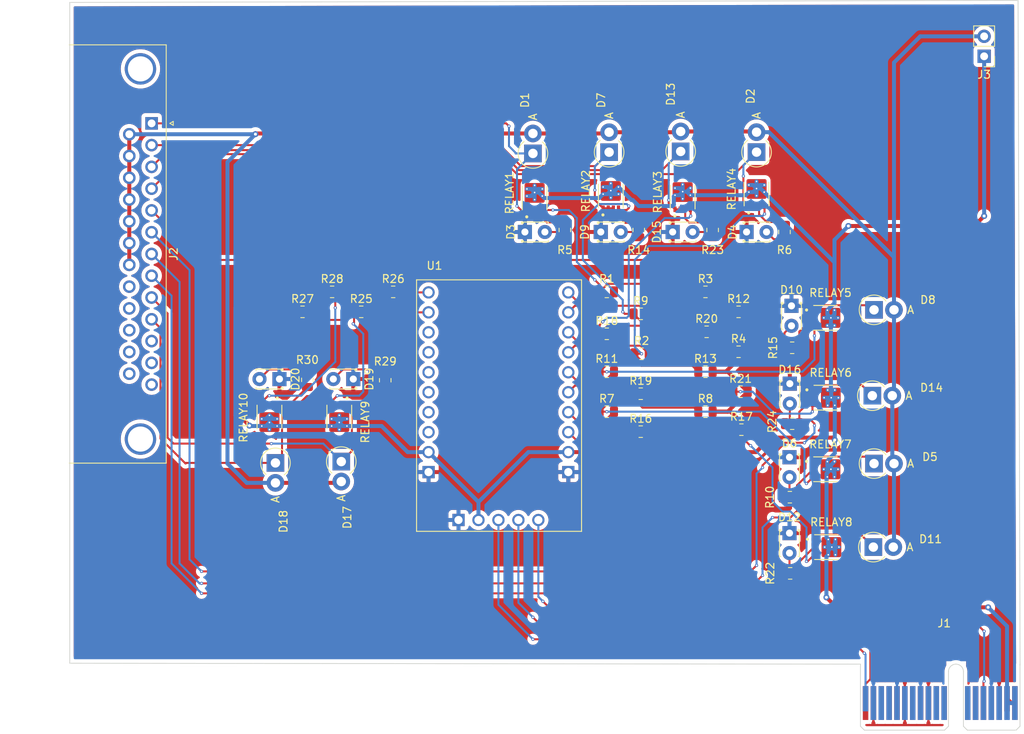
<source format=kicad_pcb>
(kicad_pcb (version 20211014) (generator pcbnew)
  (layers (0 "F.Cu" signal) (31 "B.Cu" signal) (34 "B.Paste" user) (35 "F.Paste" user) (36 "B.SilkS" user "B.Silkscreen") (37 "F.SilkS" user "F.Silkscreen") (38 "B.Mask" user) (39 "F.Mask" user) (44 "Edge.Cuts" user))
  (net 0 "")
  (net 1 "RELAY1")
  (net 2 "/-7V")
  (net 3 "RELAY4")
  (net 4 "GND")
  (net 5 "Net-(D3-Pad2)")
  (net 6 "Net-(D4-Pad2)")
  (net 7 "RELAY7")
  (net 8 "Net-(D6-Pad2)")
  (net 9 "RELAY2")
  (net 10 "RELAY5")
  (net 11 "Net-(D9-Pad2)")
  (net 12 "Net-(D10-Pad2)")
  (net 13 "RELAY8")
  (net 14 "Net-(D12-Pad2)")
  (net 15 "RELAY3")
  (net 16 "RELAY6")
  (net 17 "Net-(D15-Pad2)")
  (net 18 "Net-(D16-Pad2)")
  (net 19 "Net-(D19-Pad2)")
  (net 20 "Net-(D20-Pad2)")
  (net 25 "EXTRA")
  (net 26 "+5V")
  (net 30 "RL INT")
  (net 32 "+3.3V")
  (net 33 "Net-(Q1-Pad4)")
  (net 34 "Net-(Q2-Pad4)")
  (net 35 "Net-(Q3-Pad4)")
  (net 36 "Net-(Q4-Pad4)")
  (net 37 "Net-(Q5-Pad4)")
  (net 38 "Net-(Q6-Pad4)")
  (net 39 "Net-(Q7-Pad4)")
  (net 40 "Net-(Q8-Pad4)")
  (net 41 "Net-(Q9-Pad4)")
  (net 42 "Net-(Q10-Pad4)")
  (net 43 "SIGNAL1")
  (net 44 "SIGNAL4")
  (net 45 "SIGNAL7")
  (net 46 "SIGNAL2")
  (net 47 "SIGNAL5")
  (net 48 "SIGNAL8")
  (net 49 "SIGNAL3")
  (net 50 "SIGNAL6")
  (net 51 "SIGNAL10")
  (net 52 "SIGNAL9")
  (net 59 "RL SDA")
  (net 60 "RL SCL")
  (net 77 "RELAY9")
  (net 78 "RELAY10")
  (footprint "Diode_THT:D_DO-15_P2.54mm_Vertical_AnodeUp" (layer "F.Cu") (at 183.134 78.994)
    (fp_text reference "D14")
    (fp_text value "D_Small")
  )
  (footprint "LED_THT:LED_D1.8mm_W3.3mm_H2.4mm" (layer "F.Cu") (at 138.933 58.166)
    (fp_text reference "D3")
    (fp_text value "LED")
  )
  (footprint "Diode_THT:D_DO-15_P2.54mm_Vertical_AnodeUp" (layer "F.Cu") (at 149.647 48.015 90)
    (fp_text reference "D7")
    (fp_text value "D_Small")
  )
  (footprint "LED_THT:LED_D1.8mm_W3.3mm_H2.4mm" (layer "F.Cu") (at 148.585 58.166)
    (fp_text reference "D9")
    (fp_text value "LED")
  )
  (footprint "Resistor_SMD:R_0805_2012Metric" (layer "F.Cu") (at 161.9015 81.026)
    (fp_text reference "R8")
    (fp_text value "10k")
  )
  (footprint "PCF875BreakoutBoard5:PCF8575_Breakout" (layer "F.Cu") (at 125.1485 96.2515)
    (fp_text reference "U1")
    (fp_text value "PCF8575_Breakout")
  )
  (footprint "Resistor_SMD:R_0805_2012Metric" (layer "F.Cu") (at 153.67 68.58)
    (fp_text reference "R9")
    (fp_text value "100")
  )
  (footprint "Resistor_SMD:R_0805_2012Metric" (layer "F.Cu") (at 110.6405 68.326)
    (fp_text reference "R27")
    (fp_text value "10k")
  )
  (footprint "Resistor_SMD:R_0805_2012Metric" (layer "F.Cu") (at 118.11 68.326)
    (fp_text reference "R25")
    (fp_text value "100")
  )
  (footprint "LED_THT:LED_D1.8mm_W3.3mm_H2.4mm" (layer "F.Cu") (at 107.706 76.876 180)
    (fp_text reference "D20")
    (fp_text value "LED")
  )
  (footprint "MOSFET:TRANS_CSD25402Q3AT" (layer "F.Cu") (at 168.402 53.34 90)
    (fp_text reference "RELAY4")
    (fp_text value "CSD25402Q3AT" hide)
  )
  (footprint "Resistor_SMD:R_0805_2012Metric" (layer "F.Cu") (at 162.814 57.912 -90)
    (fp_text reference "R23")
    (fp_text value "330")
  )
  (footprint "Resistor_SMD:R_0805_2012Metric" (layer "F.Cu") (at 161.9015 65.786)
    (fp_text reference "R3")
    (fp_text value "10k")
  )
  (footprint "Resistor_SMD:R_0805_2012Metric" (layer "F.Cu") (at 153.67 78.74)
    (fp_text reference "R19")
    (fp_text value "100")
  )
  (footprint "MOSFET:TRANS_CSD25402Q3AT" (layer "F.Cu") (at 177.206 79.248)
    (fp_text reference "RELAY6")
    (fp_text value "CSD25402Q3AT" hide)
  )
  (footprint "Resistor_SMD:R_0805_2012Metric" (layer "F.Cu") (at 171.958 58.166 -90)
    (fp_text reference "R6")
    (fp_text value "330")
  )
  (footprint "MOSFET:TRANS_CSD25402Q3AT" (layer "F.Cu") (at 140.167 53.839 90)
    (fp_text reference "RELAY1")
    (fp_text value "CSD25402Q3AT" hide)
  )
  (footprint "Diode_THT:D_DO-15_P2.54mm_Vertical_AnodeUp" (layer "F.Cu") (at 115.57 87.376 -90)
    (fp_text reference "D17")
    (fp_text value "D_Small")
  )
  (footprint "LED_THT:LED_D1.8mm_W3.3mm_H2.4mm" (layer "F.Cu") (at 167.132 58.166)
    (fp_text reference "D4")
    (fp_text value "LED")
  )
  (footprint "Resistor_SMD:R_0805_2012Metric" (layer "F.Cu") (at 162.052 70.866)
    (fp_text reference "R20")
    (fp_text value "10k")
  )
  (footprint "Resistor_SMD:R_0805_2012Metric" (layer "F.Cu") (at 172.934 82.55 180)
    (fp_text reference "R24")
    (fp_text value "330")
  )
  (footprint "Resistor_SMD:R_0805_2012Metric" (layer "F.Cu") (at 144.018 57.912 -90)
    (fp_text reference "R5")
    (fp_text value "330")
  )
  (footprint "MOSFET:TRANS_CSD25402Q3AT" (layer "F.Cu") (at 177.166 69.088)
    (fp_text reference "RELAY5")
    (fp_text value "CSD25402Q3AT" hide)
  )
  (footprint "Resistor_SMD:R_0805_2012Metric" (layer "F.Cu") (at 111.257 76.9795 90)
    (fp_text reference "R30")
    (fp_text value "330")
  )
  (footprint "Resistor_SMD:R_0805_2012Metric" (layer "F.Cu") (at 149.352 65.786)
    (fp_text reference "R1")
    (fp_text value "100")
  )
  (footprint "Diode_THT:D_DO-15_P2.54mm_Vertical_AnodeUp" (layer "F.Cu") (at 168.402 48.006 90)
    (fp_text reference "D2")
    (fp_text value "D_Small")
  )
  (footprint "Resistor_SMD:R_0805_2012Metric" (layer "F.Cu") (at 166.116 73.406)
    (fp_text reference "R4")
    (fp_text value "10k")
  )
  (footprint "MOSFET:TRANS_CSD25402Q3AT" (layer "F.Cu") (at 177.283 98.257)
    (fp_text reference "RELAY8")
    (fp_text value "CSD25402Q3AT" hide)
  )
  (footprint "Diode_THT:D_DO-15_P2.54mm_Vertical_AnodeUp" (layer "F.Cu") (at 139.954 48.174 90)
    (fp_text reference "D1")
    (fp_text value "D_Small")
  )
  (footprint "MOSFET:TRANS_CSD25402Q3AT" (layer "F.Cu") (at 106.431 81.702 -90)
    (fp_text reference "RELAY10")
    (fp_text value "CSD25402Q3AT" hide)
  )
  (footprint "Diode_THT:D_DO-15_P2.54mm_Vertical_AnodeUp" (layer "F.Cu") (at 158.75 47.92 90)
    (fp_text reference "D13")
    (fp_text value "D_Small")
  )
  (footprint "LED_THT:LED_D1.8mm_W3.3mm_H2.4mm" (layer "F.Cu") (at 172.848 67.564 -90)
    (fp_text reference "D10")
    (fp_text value "LED")
  )
  (footprint "LED_THT:LED_D1.8mm_W3.3mm_H2.4mm" (layer "F.Cu") (at 172.594 86.822 -90)
    (fp_text reference "D6")
    (fp_text value "LED")
  )
  (footprint "Resistor_SMD:R_0805_2012Metric" (layer "F.Cu") (at 121.163 77.0265 90)
    (fp_text reference "R29")
    (fp_text value "330")
  )
  (footprint "LED_THT:LED_D1.8mm_W3.3mm_H2.4mm" (layer "F.Cu") (at 117.099 76.876 180)
    (fp_text reference "D19")
    (fp_text value "LED")
  )
  (footprint "Resistor_SMD:R_0805_2012Metric" (layer "F.Cu") (at 149.352 81.026)
    (fp_text reference "R7")
    (fp_text value "100")
  )
  (footprint "Connector_PCBEdge:BUS_PCIexpress_x1" (layer "F.Cu") (at 182.27 118.098)
    (fp_text reference "J1")
    (fp_text value "PCIE_CONN")
    (fp_line (start 10.55 -4) (end 10.55 2.95) (layer "Edge.Cuts") (width 0.1))
    (fp_line (start 12.45 2.95) (end 12.95 3.45) (layer "Edge.Cuts") (width 0.1))
    (fp_line (start -0.15 3.45) (end 10.05 3.45) (layer "Edge.Cuts") (width 0.1))
    (fp_line (start 19.65 2.95) (end 19.15 3.45) (layer "Edge.Cuts") (width 0.1))
    (fp_line (start -0.65 -4.95) (end -0.65 2.95) (layer "Edge.Cuts") (width 0.1))
    (fp_line (start 12.45 -4) (end 12.45 2.95) (layer "Edge.Cuts") (width 0.1))
    (fp_line (start -0.65 2.95) (end -0.15 3.45) (layer "Edge.Cuts") (width 0.1))
    (fp_line (start 19.65 -4.95) (end 19.65 2.95) (layer "Edge.Cuts") (width 0.1))
    (fp_line (start 12.95 3.45) (end 19.15 3.45) (layer "Edge.Cuts") (width 0.1))
    (fp_line (start 10.55 2.95) (end 10.05 3.45) (layer "Edge.Cuts") (width 0.1))
    (fp_arc (start 10.55 -4) (mid 11.5 -4.95) (end 12.45 -4) (layer "Edge.Cuts") (width 0.1))
  )
  (footprint "MOSFET:TRANS_CSD25402Q3AT" (layer "F.Cu") (at 159.004 53.731 90)
    (fp_text reference "RELAY3")
    (fp_text value "CSD25402Q3AT" hide)
  )
  (footprint "Resistor_SMD:R_0805_2012Metric" (layer "F.Cu") (at 166.37 78.486)
    (fp_text reference "R21")
    (fp_text value "10k")
  )
  (footprint "Resistor_SMD:R_0805_2012Metric" (layer "F.Cu") (at 172.934 72.898 180)
    (fp_text reference "R15")
    (fp_text value "330")
  )
  (footprint "Resistor_SMD:R_0805_2012Metric" (layer "F.Cu") (at 153.7735 73.66)
    (fp_text reference "R2")
    (fp_text value "100")
  )
  (footprint "Resistor_SMD:R_0805_2012Metric" (layer "F.Cu") (at 153.67 83.566)
    (fp_text reference "R16")
    (fp_text value "100")
  )
  (footprint "LED_THT:LED_D1.8mm_W3.3mm_H2.4mm" (layer "F.Cu") (at 172.634 77.465 -90)
    (fp_text reference "D16")
    (fp_text value "LED")
  )
  (footprint "Resistor_SMD:R_0805_2012Metric" (layer "F.Cu") (at 114.4035 65.786)
    (fp_text reference "R28")
    (fp_text value "10k")
  )
  (footprint "Diode_THT:D_DO-15_P2.54mm_Vertical_AnodeUp" (layer "F.Cu") (at 183.348 68.072)
    (fp_text reference "D8")
    (fp_text value "D_Small")
  )
  (footprint "Resistor_SMD:R_0805_2012Metric" (layer "F.Cu") (at 161.9015 75.946)
    (fp_text reference "R13")
    (fp_text value "10k")
  )
  (footprint "MOSFET:TRANS_CSD25402Q3AT" (layer "F.Cu") (at 115.316 81.702 -90)
    (fp_text reference "RELAY9")
    (fp_text value "CSD25402Q3AT" hide)
  )
  (footprint "Resistor_SMD:R_0805_2012Metric" (layer "F.Cu") (at 122.174 65.786)
    (fp_text reference "R26")
    (fp_text value "100")
  )
  (footprint "LED_THT:LED_D1.8mm_W3.3mm_H2.4mm" (layer "F.Cu") (at 157.729 58.166)
    (fp_text reference "D15")
    (fp_text value "LED")
  )
  (footprint "MOSFET:TRANS_CSD25402Q3AT" (layer "F.Cu") (at 149.86 53.594 90)
    (fp_text reference "RELAY2")
    (fp_text value "CSD25402Q3AT" hide)
  )
  (footprint "Connector_PinHeader_2.54mm:PinHeader_1x02_P2.54mm_Vertical" (layer "F.Cu") (at 197.358 35.814 180)
    (fp_text reference "J3")
    (fp_text value "12V LiPO")
  )
  (footprint "Resistor_SMD:R_0805_2012Metric" (layer "F.Cu") (at 166.116 68.326)
    (fp_text reference "R12")
    (fp_text value "10k")
  )
  (footprint "Resistor_SMD:R_0805_2012Metric" (layer "F.Cu") (at 166.4735 83.312)
    (fp_text reference "R17")
    (fp_text value "10k")
  )
  (footprint "Connector_Dsub:DSUB-25_Male_Horizontal_P2.77x2.84mm_EdgePinOffset7.70mm_Housed_MountingHolesOffset9.12mm" (layer "F.Cu") (at 91.44 44.345 -90)
    (fp_text reference "J2")
    (fp_text value "DB25_Female")
  )
  (footprint "Diode_THT:D_DO-15_P2.54mm_Vertical_AnodeUp" (layer "F.Cu") (at 183.348 87.63)
    (fp_text reference "D5")
    (fp_text value "D_Small")
  )
  (footprint "LED_THT:LED_D1.8mm_W3.3mm_H2.4mm" (layer "F.Cu") (at 172.594 96.474 -90)
    (fp_text reference "D12")
    (fp_text value "LED")
  )
  (footprint "Resistor_SMD:R_0805_2012Metric" (layer "F.Cu") (at 149.352 75.946)
    (fp_text reference "R11")
    (fp_text value "100")
  )
  (footprint "Diode_THT:D_DO-15_P2.54mm_Vertical_AnodeUp" (layer "F.Cu") (at 183.262 98.257)
    (fp_text reference "D11")
    (fp_text value "D_Small")
  )
  (footprint "Resistor_SMD:R_0805_2012Metric" (layer "F.Cu") (at 153.416 57.912 -90)
    (fp_text reference "R14")
    (fp_text value "330")
  )
  (footprint "MOSFET:TRANS_CSD25402Q3AT" (layer "F.Cu") (at 177.166 88.351)
    (fp_text reference "RELAY7")
    (fp_text value "CSD25402Q3AT" hide)
  )
  (footprint "Resistor_SMD:R_0805_2012Metric" (layer "F.Cu") (at 172.68 101.6 180)
    (fp_text reference "R22")
    (fp_text value "330")
  )
  (footprint "Resistor_SMD:R_0805_2012Metric" (layer "F.Cu") (at 172.64 91.907 180)
    (fp_text reference "R10")
    (fp_text value "330")
  )
  (footprint "Diode_THT:D_DO-15_P2.54mm_Vertical_AnodeUp" (layer "F.Cu") (at 107.193 87.544 -90)
    (fp_text reference "D18")
    (fp_text value "D_Small")
  )
  (footprint "Resistor_SMD:R_0805_2012Metric" (layer "F.Cu") (at 149.352 71.12)
    (fp_text reference "R18")
    (fp_text value "100")
  )
  (gr_line (start 201.676 28.702) (end 201.93 113.284) (layer "Edge.Cuts") (width 0.1))
  (gr_line (start 181.62 113.148) (end 81.026 113.03) (layer "Edge.Cuts") (width 0.1))
  (gr_line (start 81.026 28.956) (end 81.026 113.03) (layer "Edge.Cuts") (width 0.1))
  (gr_line (start 201.676 28.702) (end 81.026 28.956) (layer "Edge.Cuts") (width 0.1))
  (segment (start 139.192 55.389) (end 138.447 55.389) (width 0.254) (layer "F.Cu") (net 1))
  (segment (start 143.9575 56.939) (end 144.018 56.9995) (width 0.254) (layer "F.Cu") (net 1))
  (segment (start 140.492 55.389) (end 140.492 55.728016) (width 0.254) (layer "F.Cu") (net 1))
  (segment (start 138.447 55.389) (end 137.922 54.864) (width 0.254) (layer "F.Cu") (net 1))
  (segment (start 91.44 44.345) (end 136.547 44.345) (width 0.254) (layer "F.Cu") (net 1))
  (segment (start 140.492 55.728016) (end 141.702984 56.939) (width 0.254) (layer "F.Cu") (net 1))
  (segment (start 141.702984 56.939) (end 143.9575 56.939) (width 0.254) (layer "F.Cu") (net 1))
  (segment (start 136.547 44.345) (end 136.906 44.704) (width 0.254) (layer "F.Cu") (net 1))
  (segment (start 139.192 55.389) (end 140.492 55.389) (width 0.254) (layer "F.Cu") (net 1))
  (via (at 136.906 44.704) (size 0.4) (drill 0.2) (layers "F.Cu" "B.Cu") (net 1))
  (via (at 137.922 54.864) (size 0.4) (drill 0.2) (layers "F.Cu" "B.Cu") (net 1))
  (segment (start 137.754 48.092) (end 136.906 47.244) (width 0.254) (layer "B.Cu") (net 1))
  (segment (start 137.754 48.174) (end 137.754 48.092) (width 0.254) (layer "B.Cu") (net 1))
  (segment (start 137.922 54.864) (end 137.922 50.206) (width 0.254) (layer "B.Cu") (net 1))
  (segment (start 137.754 48.174) (end 139.954 48.174) (width 0.254) (layer "B.Cu") (net 1))
  (segment (start 137.922 50.206) (end 139.954 48.174) (width 0.254) (layer "B.Cu") (net 1))
  (segment (start 136.906 44.704) (end 136.906 47.244) (width 0.254) (layer "B.Cu") (net 1))
  (segment (start 158.655 45.475) (end 158.75 45.38) (width 0.508) (layer "F.Cu") (net 2))
  (segment (start 139.954 45.634) (end 149.488 45.634) (width 0.508) (layer "F.Cu") (net 2))
  (segment (start 168.316 45.38) (end 168.402 45.466) (width 0.508) (layer "F.Cu") (net 2))
  (segment (start 158.75 45.38) (end 168.316 45.38) (width 0.508) (layer "F.Cu") (net 2))
  (segment (start 149.488 45.634) (end 149.647 45.475) (width 0.508) (layer "F.Cu") (net 2))
  (segment (start 115.402 90.084) (end 115.57 89.916) (width 0.508) (layer "F.Cu") (net 2))
  (segment (start 149.647 45.475) (end 158.655 45.475) (width 0.508) (layer "F.Cu") (net 2))
  (segment (start 104.648 45.72) (end 104.734 45.634) (width 0.508) (layer "F.Cu") (net 2))
  (segment (start 104.734 45.634) (end 139.954 45.634) (width 0.508) (layer "F.Cu") (net 2))
  (segment (start 107.193 90.084) (end 115.402 90.084) (width 0.508) (layer "F.Cu") (net 2))
  (segment (start 88.6 45.73) (end 88.6 62.35) (width 0.508) (layer "F.Cu") (net 2))
  (via (at 104.648 45.72) (size 0.762) (drill 0.381) (layers "F.Cu" "B.Cu") (net 2))
  (segment (start 104.648 45.72) (end 104.638 45.73) (width 0.508) (layer "B.Cu") (net 2))
  (segment (start 168.402 45.466) (end 169.985919 45.466) (width 0.508) (layer "B.Cu") (net 2))
  (segment (start 185.888 61.682) (end 185.888 68.072) (width 0.508) (layer "B.Cu") (net 2))
  (segment (start 185.674 78.994) (end 185.674 87.416) (width 0.508) (layer "B.Cu") (net 2))
  (segment (start 189.23 33.274) (end 197.358 33.274) (width 0.508) (layer "B.Cu") (net 2))
  (segment (start 101.092 49.276) (end 104.648 45.72) (width 0.508) (layer "B.Cu") (net 2))
  (segment (start 185.888 61.368081) (end 185.888 61.682) (width 0.508) (layer "B.Cu") (net 2))
  (segment (start 107.193 90.084) (end 103.546 90.084) (width 0.508) (layer "B.Cu") (net 2))
  (segment (start 185.888 98.171) (end 185.802 98.257) (width 0.508) (layer "B.Cu") (net 2))
  (segment (start 104.638 45.73) (end 88.6 45.73) (width 0.508) (layer "B.Cu") (net 2))
  (segment (start 169.985919 45.466) (end 185.888 61.368081) (width 0.508) (layer "B.Cu") (net 2))
  (segment (start 185.674 87.416) (end 185.888 87.63) (width 0.508) (layer "B.Cu") (net 2))
  (segment (start 185.888 68.072) (end 185.888 78.78) (width 0.508) (layer "B.Cu") (net 2))
  (segment (start 103.546 90.084) (end 101.092 87.63) (width 0.508) (layer "B.Cu") (net 2))
  (segment (start 185.888 61.682) (end 185.888 36.616) (width 0.508) (layer "B.Cu") (net 2))
  (segment (start 185.888 87.63) (end 185.888 98.171) (width 0.508) (layer "B.Cu") (net 2))
  (segment (start 101.092 87.63) (end 101.092 49.276) (width 0.508) (layer "B.Cu") (net 2))
  (segment (start 185.888 36.616) (end 189.23 33.274) (width 0.508) (layer "B.Cu") (net 2))
  (segment (start 185.888 78.78) (end 185.674 78.994) (width 0.508) (layer "B.Cu") (net 2))
  (segment (start 167.427 54.89) (end 168.727 54.89) (width 0.254) (layer "F.Cu") (net 3))
  (segment (start 169.688709 56.896) (end 171.6005 56.896) (width 0.254) (layer "F.Cu") (net 3))
  (segment (start 137.922 50.8) (end 165.608 50.8) (width 0.254) (layer "F.Cu") (net 3))
  (segment (start 166.7275 51.054) (end 166.7275 54.1905) (width 0.254) (layer "F.Cu") (net 3))
  (segment (start 168.727 54.89) (end 168.727 55.934291) (width 0.254) (layer "F.Cu") (net 3))
  (segment (start 91.44 52.655) (end 95.835 48.26) (width 0.254) (layer "F.Cu") (net 3))
  (segment (start 95.835 48.26) (end 135.382 48.26) (width 0.254) (layer "F.Cu") (net 3))
  (segment (start 166.7275 54.1905) (end 167.427 54.89) (width 0.254) (layer "F.Cu") (net 3))
  (segment (start 171.6005 56.896) (end 171.958 57.2535) (width 0.254) (layer "F.Cu") (net 3))
  (segment (start 168.727 55.934291) (end 169.688709 56.896) (width 0.254) (layer "F.Cu") (net 3))
  (segment (start 165.608 50.8) (end 168.402 48.006) (width 0.254) (layer "F.Cu") (net 3))
  (segment (start 135.382 48.26) (end 137.922 50.8) (width 0.254) (layer "F.Cu") (net 3))
  (via (at 166.7275 51.054) (size 0.4) (drill 0.2) (layers "F.Cu" "B.Cu") (net 3))
  (segment (start 166.7275 51.054) (end 166.7275 49.6805) (width 0.254) (layer "B.Cu") (net 3))
  (segment (start 166.7275 49.6805) (end 168.402 48.006) (width 0.254) (layer "B.Cu") (net 3))
  (segment (start 143.3595 58.166) (end 144.018 58.8245) (width 0.254) (layer "F.Cu") (net 5))
  (segment (start 141.473 58.166) (end 143.3595 58.166) (width 0.254) (layer "F.Cu") (net 5))
  (segment (start 169.672 58.166) (end 170.5845 59.0785) (width 0.254) (layer "F.Cu") (net 6))
  (segment (start 170.5845 59.0785) (end 171.958 59.0785) (width 0.254) (layer "F.Cu") (net 6))
  (segment (start 173.5525 91.907) (end 173.5525 90.400484) (width 0.254) (layer "F.Cu") (net 7))
  (segment (start 168.148 102.87) (end 169.164 101.854) (width 0.254) (layer "F.Cu") (net 7))
  (segment (start 175.276984 88.676) (end 175.616 88.676) (width 0.254) (layer "F.Cu") (net 7))
  (segment (start 170.434 94.488) (end 172.72 94.488) (width 0.254) (layer "F.Cu") (net 7))
  (segment (start 175.616 87.376) (end 176.243 86.749) (width 0.254) (layer "F.Cu") (net 7))
  (segment (start 175.616 88.676) (end 175.616 87.376) (width 0.254) (layer "F.Cu") (net 7))
  (segment (start 172.72 94.488) (end 173.5525 93.6555) (width 0.254) (layer "F.Cu") (net 7))
  (segment (start 182.467 86.749) (end 183.348 87.63) (width 0.254) (layer "F.Cu") (net 7))
  (segment (start 97.79 102.87) (end 168.148 102.87) (width 0.254) (layer "F.Cu") (net 7))
  (segment (start 173.5525 90.400484) (end 175.276984 88.676) (width 0.254) (layer "F.Cu") (net 7))
  (segment (start 173.5525 93.6555) (end 173.5525 91.907) (width 0.254) (layer "F.Cu") (net 7))
  (segment (start 176.243 86.749) (end 182.467 86.749) (width 0.254) (layer "F.Cu") (net 7))
  (via (at 169.164 101.854) (size 0.4) (drill 0.2) (layers "F.Cu" "B.Cu") (net 7))
  (via (at 170.434 94.488) (size 0.4) (drill 0.2) (layers "F.Cu" "B.Cu") (net 7))
  (via (at 97.79 102.87) (size 0.4) (drill 0.2) (layers "F.Cu" "B.Cu") (net 7))
  (segment (start 169.164 95.758) (end 170.434 94.488) (width 0.254) (layer "B.Cu") (net 7))
  (segment (start 94.996 100.33) (end 97.536 102.87) (width 0.254) (layer "B.Cu") (net 7))
  (segment (start 169.164 101.854) (end 169.164 95.758) (width 0.254) (layer "B.Cu") (net 7))
  (segment (start 91.44 60.965) (end 94.996 64.521) (width 0.254) (layer "B.Cu") (net 7))
  (segment (start 94.996 64.521) (end 94.996 100.33) (width 0.254) (layer "B.Cu") (net 7))
  (segment (start 97.536 102.87) (end 97.79 102.87) (width 0.254) (layer "B.Cu") (net 7))
  (segment (start 172.594 89.362) (end 172.594 91.0405) (width 0.254) (layer "F.Cu") (net 8))
  (segment (start 172.594 91.0405) (end 171.7275 91.907) (width 0.254) (layer "F.Cu") (net 8))
  (segment (start 150.185 55.144) (end 150.185 55.483016) (width 0.254) (layer "F.Cu") (net 9))
  (segment (start 138.43 49.784) (end 147.878 49.784) (width 0.254) (layer "F.Cu") (net 9))
  (segment (start 151.701484 56.9995) (end 153.416 56.9995) (width 0.254) (layer "F.Cu") (net 9))
  (segment (start 148.885 55.144) (end 150.185 55.144) (width 0.254) (layer "F.Cu") (net 9))
  (segment (start 147.828 54.087) (end 148.885 55.144) (width 0.254) (layer "F.Cu") (net 9))
  (segment (start 91.44 47.115) (end 135.761 47.115) (width 0.254) (layer "F.Cu") (net 9))
  (segment (start 135.761 47.115) (end 138.43 49.784) (width 0.254) (layer "F.Cu") (net 9))
  (segment (start 147.878 49.784) (end 149.647 48.015) (width 0.254) (layer "F.Cu") (net 9))
  (segment (start 147.828 52.832) (end 147.828 54.087) (width 0.254) (layer "F.Cu") (net 9))
  (segment (start 150.185 55.483016) (end 151.701484 56.9995) (width 0.254) (layer "F.Cu") (net 9))
  (via (at 147.828 52.832) (size 0.4) (drill 0.2) (layers "F.Cu" "B.Cu") (net 9))
  (segment (start 147.828 49.834) (end 149.647 48.015) (width 0.254) (layer "B.Cu") (net 9))
  (segment (start 147.828 52.832) (end 147.828 49.834) (width 0.254) (layer "B.Cu") (net 9))
  (segment (start 175.616 65.38) (end 175.616 68.113) (width 0.254) (layer "F.Cu") (net 10))
  (segment (start 173.8465 70.843484) (end 175.276984 69.413) (width 0.254) (layer "F.Cu") (net 10))
  (segment (start 176.243 67.486) (end 182.762 67.486) (width 0.254) (layer "F.Cu") (net 10))
  (segment (start 97.737 61.722) (end 171.958 61.722) (width 0.254) (layer "F.Cu") (net 10))
  (segment (start 173.8465 72.898) (end 173.8465 70.843484) (width 0.254) (layer "F.Cu") (net 10))
  (segment (start 175.616 68.113) (end 176.243 67.486) (width 0.254) (layer "F.Cu") (net 10))
  (segment (start 175.276984 69.413) (end 175.616 69.413) (width 0.254) (layer "F.Cu") (net 10))
  (segment (start 182.762 67.486) (end 183.348 68.072) (width 0.254) (layer "F.Cu") (net 10))
  (segment (start 175.616 68.113) (end 175.616 69.413) (width 0.254) (layer "F.Cu") (net 10))
  (segment (start 91.44 55.425) (end 97.737 61.722) (width 0.254) (layer "F.Cu") (net 10))
  (segment (start 171.958 61.722) (end 175.616 65.38) (width 0.254) (layer "F.Cu") (net 10))
  (segment (start 151.125 58.166) (end 152.7575 58.166) (width 0.254) (layer "F.Cu") (net 11))
  (segment (start 152.7575 58.166) (end 153.416 58.8245) (width 0.254) (layer "F.Cu") (net 11))
  (segment (start 172.848 70.104) (end 171.958 70.994) (width 0.254) (layer "F.Cu") (net 12))
  (segment (start 171.958 70.994) (end 171.958 72.8345) (width 0.254) (layer "F.Cu") (net 12))
  (segment (start 171.958 72.8345) (end 172.0215 72.898) (width 0.254) (layer "F.Cu") (net 12))
  (segment (start 176.36 96.655) (end 181.66 96.655) (width 0.254) (layer "F.Cu") (net 13))
  (segment (start 175.733 97.282) (end 176.36 96.655) (width 0.254) (layer "F.Cu") (net 13))
  (segment (start 175.393984 98.582) (end 175.733 98.582) (width 0.254) (layer "F.Cu") (net 13))
  (segment (start 171.0525 104.14) (end 173.5925 101.6) (width 0.254) (layer "F.Cu") (net 13))
  (segment (start 97.79 104.14) (end 171.0525 104.14) (width 0.254) (layer "F.Cu") (net 13))
  (segment (start 181.66 96.655) (end 183.262 98.257) (width 0.254) (layer "F.Cu") (net 13))
  (segment (start 173.5925 101.6) (end 173.5925 100.383484) (width 0.254) (layer "F.Cu") (net 13))
  (segment (start 173.5925 100.383484) (end 175.393984 98.582) (width 0.254) (layer "F.Cu") (net 13))
  (segment (start 175.733 98.582) (end 175.733 97.282) (width 0.254) (layer "F.Cu") (net 13))
  (via (at 97.79 104.14) (size 0.4) (drill 0.2) (layers "F.Cu" "B.Cu") (net 13))
  (segment (start 91.44 63.735) (end 93.98 66.275) (width 0.254) (layer "B.Cu") (net 13))
  (segment (start 93.98 100.33) (end 97.79 104.14) (width 0.254) (layer "B.Cu") (net 13))
  (segment (start 93.98 66.275) (end 93.98 98.298) (width 0.254) (layer "B.Cu") (net 13))
  (segment (start 93.98 98.298) (end 93.98 100.33) (width 0.254) (layer "B.Cu") (net 13))
  (segment (start 172.594 99.014) (end 172.594 100.7735) (width 0.254) (layer "F.Cu") (net 14))
  (segment (start 172.594 100.7735) (end 171.7675 101.6) (width 0.254) (layer "F.Cu") (net 14))
  (segment (start 159.329 56.459) (end 159.809 56.939) (width 0.254) (layer "F.Cu") (net 15))
  (segment (start 157.226 54.478) (end 157.226 54.102) (width 0.254) (layer "F.Cu") (net 15))
  (segment (start 135.636 47.752) (end 138.176 50.292) (width 0.254) (layer "F.Cu") (net 15))
  (segment (start 158.029 55.281) (end 157.226 54.478) (width 0.254) (layer "F.Cu") (net 15))
  (segment (start 138.176 50.292) (end 156.378 50.292) (width 0.254) (layer "F.Cu") (net 15))
  (segment (start 162.7535 56.939) (end 162.814 56.9995) (width 0.254) (layer "F.Cu") (net 15))
  (segment (start 91.44 49.885) (end 93.573 47.752) (width 0.254) (layer "F.Cu") (net 15))
  (segment (start 156.378 50.292) (end 158.75 47.92) (width 0.254) (layer "F.Cu") (net 15))
  (segment (start 159.809 56.939) (end 162.7535 56.939) (width 0.254) (layer "F.Cu") (net 15))
  (segment (start 93.573 47.752) (end 135.636 47.752) (width 0.254) (layer "F.Cu") (net 15))
  (segment (start 158.029 55.281) (end 159.329 55.281) (width 0.254) (layer "F.Cu") (net 15))
  (segment (start 159.329 55.281) (end 159.329 56.459) (width 0.254) (layer "F.Cu") (net 15))
  (via (at 157.226 54.102) (size 0.4) (drill 0.2) (layers "F.Cu" "B.Cu") (net 15))
  (segment (start 157.226 49.444) (end 158.75 47.92) (width 0.254) (layer "B.Cu") (net 15))
  (segment (start 157.226 54.102) (end 157.226 49.444) (width 0.254) (layer "B.Cu") (net 15))
  (segment (start 167.64 101.346) (end 168.402 100.584) (width 0.254) (layer "F.Cu") (net 16))
  (segment (start 174.3545 82.042) (end 173.8465 82.55) (width 0.254) (layer "F.Cu") (net 16))
  (segment (start 181.786 77.646) (end 183.134 78.994) (width 0.254) (layer "F.Cu") (net 16))
  (segment (start 175.656 78.273) (end 176.283 77.646) (width 0.254) (layer "F.Cu") (net 16))
  (segment (start 173.8465 81.043484) (end 175.316984 79.573) (width 0.254) (layer "F.Cu") (net 16))
  (segment (start 169.164 88.138) (end 169.164 87.85632) (width 0.254) (layer "F.Cu") (net 16))
  (segment (start 175.26 82.042) (end 174.3545 82.042) (width 0.254) (layer "F.Cu") (net 16))
  (segment (start 173.8465 82.55) (end 173.8465 81.043484) (width 0.254) (layer "F.Cu") (net 16))
  (segment (start 175.768 82.804) (end 175.768 82.55) (width 0.254) (layer "F.Cu") (net 16))
  (segment (start 176.283 77.646) (end 181.786 77.646) (width 0.254) (layer "F.Cu") (net 16))
  (segment (start 97.79 101.346) (end 167.64 101.346) (width 0.254) (layer "F.Cu") (net 16))
  (segment (start 175.656 78.273) (end 175.656 79.573) (width 0.254) (layer "F.Cu") (net 16))
  (segment (start 169.164 87.85632) (end 172.03882 84.9815) (width 0.254) (layer "F.Cu") (net 16))
  (segment (start 172.03882 84.9815) (end 174.498 84.9815) (width 0.254) (layer "F.Cu") (net 16))
  (segment (start 175.316984 79.573) (end 175.656 79.573) (width 0.254) (layer "F.Cu") (net 16))
  (segment (start 175.768 82.55) (end 175.26 82.042) (width 0.254) (layer "F.Cu") (net 16))
  (via (at 169.164 88.138) (size 0.4) (drill 0.2) (layers "F.Cu" "B.Cu") (net 16))
  (via (at 174.498 84.9815) (size 0.4) (drill 0.2) (layers "F.Cu" "B.Cu") (net 16))
  (via (at 168.402 100.584) (size 0.4) (drill 0.2) (layers "F.Cu" "B.Cu") (net 16))
  (via (at 97.79 101.346) (size 0.4) (drill 0.2) (layers "F.Cu" "B.Cu") (net 16))
  (via (at 175.768 82.804) (size 0.4) (drill 0.2) (layers "F.Cu" "B.Cu") (net 16))
  (segment (start 96.266 63.021) (end 96.266 99.822) (width 0.254) (layer "B.Cu") (net 16))
  (segment (start 168.402 100.584) (end 168.402 88.9) (width 0.254) (layer "B.Cu") (net 16))
  (segment (start 168.402 88.9) (end 169.164 88.138) (width 0.254) (layer "B.Cu") (net 16))
  (segment (start 174.498 84.9815) (end 175.768 83.7115) (width 0.254) (layer "B.Cu") (net 16))
  (segment (start 175.768 83.7115) (end 175.768 82.804) (width 0.254) (layer "B.Cu") (net 16))
  (segment (start 91.44 58.195) (end 96.266 63.021) (width 0.254) (layer "B.Cu") (net 16))
  (segment (start 96.266 99.822) (end 97.79 101.346) (width 0.254) (layer "B.Cu") (net 16))
  (segment (start 160.269 58.166) (end 162.1555 58.166) (width 0.254) (layer "F.Cu") (net 17))
  (segment (start 162.1555 58.166) (end 162.814 58.8245) (width 0.254) (layer "F.Cu") (net 17))
  (segment (start 172.634 81.9375) (end 172.0215 82.55) (width 0.254) (layer "F.Cu") (net 18))
  (segment (start 172.634 80.005) (end 172.634 81.9375) (width 0.254) (layer "F.Cu") (net 18))
  (segment (start 114.559 76.876) (end 115.786 75.649) (width 0.254) (layer "F.Cu") (net 19))
  (segment (start 115.786 75.649) (end 120.698 75.649) (width 0.254) (layer "F.Cu") (net 19))
  (segment (start 120.698 75.649) (end 121.163 76.114) (width 0.254) (layer "F.Cu") (net 19))
  (segment (start 111.257 76.067) (end 110.839 75.649) (width 0.254) (layer "F.Cu") (net 20))
  (segment (start 110.839 75.649) (end 106.393 75.649) (width 0.254) (layer "F.Cu") (net 20))
  (segment (start 106.393 75.649) (end 105.166 76.876) (width 0.254) (layer "F.Cu") (net 20))
  (segment (start 162.814 65.786) (end 164.4885 65.786) (width 0.508) (layer "F.Cu") (net 26))
  (segment (start 111.553 67.357) (end 111.553 64.977) (width 0.508) (layer "F.Cu") (net 26))
  (segment (start 164.4885 75.946) (end 167.0285 73.406) (width 0.508) (layer "F.Cu") (net 26))
  (segment (start 162.814 81.026) (end 165.1 81.026) (width 0.508) (layer "F.Cu") (net 26))
  (segment (start 144.45434 86.1715) (end 168.3365 86.1715) (width 0.508) (layer "F.Cu") (net 26))
  (segment (start 111.553 64.977) (end 112.776 63.754) (width 0.508) (layer "F.Cu") (net 26))
  (segment (start 162.814 75.946) (end 164.4885 75.946) (width 0.508) (layer "F.Cu") (net 26))
  (segment (start 168.402 84.328) (end 167.386 83.312) (width 0.508) (layer "F.Cu") (net 26))
  (segment (start 164.7425 75.946) (end 167.2825 78.486) (width 0.508) (layer "F.Cu") (net 26))
  (segment (start 162.814 75.946) (end 164.7425 75.946) (width 0.508) (layer "F.Cu") (net 26))
  (segment (start 103.886 66.548) (end 102.616 67.818) (width 0.508) (layer "F.Cu") (net 26))
  (segment (start 197.866 105.918) (end 178.562 105.918) (width 0.508) (layer "F.Cu") (net 26))
  (segment (start 164.7425 81.026) (end 167.2825 78.486) (width 0.508) (layer "F.Cu") (net 26))
  (segment (start 178.562 105.918) (end 177.292 104.648) (width 0.508) (layer "F.Cu") (net 26))
  (segment (start 110.744 66.548) (end 103.886 66.548) (width 0.508) (layer "F.Cu") (net 26))
  (segment (start 168.3365 86.1715) (end 170.18 84.328) (width 0.508) (layer "F.Cu") (net 26))
  (segment (start 111.553 68.326) (end 111.553 67.357) (width 0.508) (layer "F.Cu") (net 26))
  (segment (start 178.356 84.63) (end 178.054 84.328) (width 0.508) (layer "F.Cu") (net 26))
  (segment (start 111.553 67.357) (end 110.744 66.548) (width 0.508) (layer "F.Cu") (net 26))
  (segment (start 102.616 67.818) (end 102.616 81.534) (width 0.508) (layer "F.Cu") (net 26))
  (segment (start 112.776 63.754) (end 114.554 63.754) (width 0.508) (layer "F.Cu") (net 26))
  (segment (start 180.086 57.404) (end 196.088 57.404) (width 0.508) (layer "F.Cu") (net 26))
  (segment (start 196.088 57.404) (end 197.358 56.134) (width 0.508) (layer "F.Cu") (net 26))
  (segment (start 162.9645 70.866) (end 164.4885 70.866) (width 0.508) (layer "F.Cu") (net 26))
  (segment (start 102.616 81.534) (end 103.886 82.804) (width 0.508) (layer "F.Cu") (net 26))
  (segment (start 164.4885 65.786) (end 167.0285 68.326) (width 0.508) (layer "F.Cu") (net 26))
  (segment (start 114.554 63.754) (end 115.316 64.516) (width 0.508) (layer "F.Cu") (net 26))
  (segment (start 170.18 84.328) (end 168.402 84.328) (width 0.508) (layer "F.Cu") (net 26))
  (segment (start 164.4885 70.866) (end 167.0285 73.406) (width 0.508) (layer "F.Cu") (net 26))
  (segment (start 115.316 64.516) (end 115.316 65.786) (width 0.508) (layer "F.Cu") (net 26))
  (segment (start 165.1 81.026) (end 167.386 83.312) (width 0.508) (layer "F.Cu") (net 26))
  (segment (start 162.814 81.026) (end 164.7425 81.026) (width 0.508) (layer "F.Cu") (net 26))
  (segment (start 178.054 84.328) (end 170.18 84.328) (width 0.508) (layer "F.Cu") (net 26))
  (segment (start 164.4885 70.866) (end 167.0285 68.326) (width 0.508) (layer "F.Cu") (net 26))
  (via (at 197.866 105.918) (size 0.762) (drill 0.381) (layers "F.Cu" "B.Cu") (net 26))
  (via (at 197.358 56.134) (size 0.762) (drill 0.381) (layers "F.Cu" "B.Cu") (net 26))
  (via (at 103.886 82.804) (size 0.762) (drill 0.381) (layers "F.Cu" "B.Cu") (net 26))
  (via (at 178.356 84.63) (size 0.762) (drill 0.381) (layers "F.Cu" "B.Cu") (net 26))
  (via (at 177.292 104.648) (size 0.762) (drill 0.381) (layers "F.Cu" "B.Cu") (net 26))
  (via (at 180.086 57.404) (size 0.762) (drill 0.381) (layers "F.Cu" "B.Cu") (net 26))
  (segment (start 148.885 52.444) (end 149.407 52.444) (width 0.508) (layer "B.Cu") (net 26))
  (segment (start 178.316 68.635) (end 177.863 69.088) (width 0.508) (layer "B.Cu") (net 26))
  (segment (start 105.978 82.852) (end 106.431 82.399) (width 0.508) (layer "B.Cu") (net 26))
  (segment (start 178.316 62.034) (end 178.316 67.208) (width 0.508) (layer "B.Cu") (net 26))
  (segment (start 168.925 52.643) (end 169.377 53.095) (width 0.508) (layer "B.Cu") (net 26))
  (segment (start 167.427 52.19) (end 167.949 52.19) (width 0.508) (layer "B.Cu") (net 26))
  (segment (start 139.715 53.594) (end 140.167 53.142) (width 0.508) (layer "B.Cu") (net 26))
  (segment (start 139.192 53.594) (end 139.715 53.594) (width 0.508) (layer "B.Cu") (net 26))
  (segment (start 167.949 52.19) (end 168.402 52.643) (width 0.508) (layer "B.Cu") (net 26))
  (segment (start 159.004 52.129) (end 159.004 53.034) (width 0.508) (layer "B.Cu") (net 26))
  (segment (start 176.958 69.088) (end 177.863 69.088) (width 0.508) (layer "B.Cu") (net 26))
  (segment (start 114.864 81.947) (end 115.316 82.399) (width 0.508) (layer "B.Cu") (net 26))
  (segment (start 177.451 79.7) (end 177.903 79.248) (width 0.508) (layer "B.Cu") (net 26))
  (segment (start 177.528 99.232) (end 177.528 98.709) (width 0.508) (layer "B.Cu") (net 26))
  (segment (start 167.427 53.095) (end 167.95 53.095) (width 0.508) (layer "B.Cu") (net 26))
  (segment (start 150.312 53.349) (end 149.86 52.897) (width 0.508) (layer "B.Cu") (net 26))
  (segment (start 158.552 53.486) (end 159.004 53.034) (width 0.508) (layer "B.Cu") (net 26))
  (segment (start 177.528 97.805) (end 177.98 98.257) (width 0.508) (layer "B.Cu") (net 26))
  (segment (start 177.411 68.636) (end 177.863 69.088) (width 0.508) (layer "B.Cu") (net 26))
  (segment (start 177.863 70.041) (end 177.863 78.303) (width 0.508) (layer "B.Cu") (net 26))
  (segment (start 140.167 53.142) (end 140.69 53.142) (width 0.508) (layer "B.Cu") (net 26))
  (segment (start 167.036 53.486) (end 167.427 53.095) (width 0.508) (layer "B.Cu") (net 26))
  (segment (start 177.863 79.208) (end 177.903 79.248) (width 0.2) (layer "B.Cu") (net 26))
  (segment (start 149.407 52.444) (end 149.86 52.897) (width 0.508) (layer "B.Cu") (net 26))
  (segment (start 176.958 88.351) (end 177.863 88.351) (width 0.508) (layer "B.Cu") (net 26))
  (segment (start 148.885 53.349) (end 148.386 53.848) (width 0.508) (layer "B.Cu") (net 26))
  (segment (start 178.808 79.248) (end 177.903 79.248) (width 0.508) (layer "B.Cu") (net 26))
  (segment (start 139.714 52.689) (end 140.167 53.142) (width 0.508) (layer "B.Cu") (net 26))
  (segment (start 201.27 118.098) (end 200.27 118.098) (width 0.508) (layer "B.Cu") (net 26))
  (segment (start 139.192 52.689) (end 139.714 52.689) (width 0.508) (layer "B.Cu") (net 26))
  (segment (start 120.698 82.852) (end 123.444 85.598) (width 0.508) (layer "B.Cu") (net 26))
  (segment (start 116.291 81.947) (end 115.768 81.947) (width 0.508) (layer "B.Cu") (net 26))
  (segment (start 178.316 89.326) (end 178.316 88.804) (width 0.508) (layer "B.Cu") (net 26))
  (segment (start 178.316 67.208) (end 177.411 68.113) (width 0.508) (layer "B.Cu") (net 26))
  (segment (start 177.863 87.829) (end 178.316 87.376) (width 0.508) (layer "B.Cu") (net 26))
  (segment (start 177.411 87.376) (end 177.411 87.899) (width 0.508) (layer "B.Cu") (net 26))
  (segment (start 177.863 88.351) (end 177.309 88.905) (width 0.508) (layer "B.Cu") (net 26))
  (segment (start 149.86 52.897) (end 150.382 52.897) (width 0.508) (layer "B.Cu") (net 26))
  (segment (start 158.551 52.581) (end 159.004 53.034) (width 0.508) (layer "B.Cu") (net 26))
  (segment (start 140.167 53.142) (end 140.167 54.047) (width 0.508) (layer "B.Cu") (net 26))
  (segment (start 126.6749 86.1715) (end 124.0175 86.1715) (width 0.508) (layer "B.Cu") (net 26))
  (segment (start 148.885 53.349) (end 149.408 53.349) (width 0.508) (layer "B.Cu") (net 26))
  (segment (start 197.358 56.134) (end 197.358 35.814) (width 0.508) (layer "B.Cu") (net 26))
  (segment (start 177.833 78.273) (end 177.863 78.303) (width 0.508) (layer "B.Cu") (net 26))
  (segment (start 149.86 53.802) (end 149.86 52.897) (width 0.508) (layer "B.Cu") (net 26))
  (segment (start 177.411 87.899) (end 177.863 88.351) (width 0.508) (layer "B.Cu") (net 26))
  (segment (start 177.411 70.063) (end 177.841 70.063) (width 0.508) (layer "B.Cu") (net 26))
  (segment (start 159.004 53.034) (end 159.527 53.034) (width 0.508) (layer "B.Cu") (net 26))
  (segment (start 177.863 88.351) (end 177.863 87.829) (width 0.508) (layer "B.Cu") (net 26))
  (segment (start 116.291 82.852) (end 115.769 82.852) (width 0.508) (layer "B.Cu") (net 26))
  (segment (start 116.291 82.852) (end 120.698 82.852) (width 0.508) (layer "B.Cu") (net 26))
  (segment (start 107.406 82.852) (end 114.341 82.852) (width 0.508) (layer "B.Cu") (net 26))
  (segment (start 105.978 81.947) (end 106.431 81.494) (width 0.508) (layer "B.Cu") (net 26))
  (segment (start 177.075 98.257) (end 177.98 98.257) (width 0.508) (layer "B.Cu") (net 26))
  (segment (start 178.433 97.282) (end 178.433 97.804) (width 0.508) (layer "B.Cu") (net 26))
  (segment (start 200.27 108.322) (end 197.866 105.918) (width 0.508) (layer "B.Cu") (net 26))
  (segment (start 133.0249 94.8075) (end 133.0249 92.5215) (width 0.508) (layer "B.Cu") (net 26))
  (segment (start 177.863 78.303) (end 177.903 78.343) (width 0.508) (layer "B.Cu") (net 26))
  (segment (start 159.527 53.034) (end 159.979 53.486) (width 0.508) (layer "B.Cu") (net 26))
  (segment (start 153.416 54.864) (end 152.654 54.102) (width 0.508) (layer "B.Cu") (net 26))
  (segment (start 157.88 53.635) (end 157.88 54.718) (width 0.508) (layer "B.Cu") (net 26))
  (segment (start 178.316 59.174) (end 180.086 57.404) (width 0.508) (layer "B.Cu") (net 26))
  (segment (start 159.527 53.033) (end 159.527 53.034) (width 0.508) (layer "B.Cu") (net 26))
  (segment (start 177.411 68.113) (end 177.411 68.636) (width 0.508) (layer "B.Cu") (net 26))
  (segment (start 149.86 51.992) (end 149.86 52.897) (width 0.508) (layer "B.Cu") (net 26))
  (segment (start 149.408 53.349) (end 149.86 52.897) (width 0.508) (layer "B.Cu") (net 26))
  (segment (start 168.402 51.738) (end 168.402 52.643) (width 0.508) (layer "B.Cu") (net 26))
  (segment (start 158.029 53.486) (end 158.552 53.486) (width 0.508) (layer "B.Cu") (net 26))
  (segment (start 159.979 52.581) (end 159.527 53.033) (width 0.508) (layer "B.Cu") (net 26))
  (segment (start 178.433 98.71) (end 177.98 98.257) (width 0.508) (layer "B.Cu") (net 26))
  (segment (start 139.3749 86.1715) (end 144.45434 86.1715) (width 0.508) (layer "B.Cu") (net 26))
  (segment (start 159.979 53.486) (end 167.036 53.486) (width 0.508) (layer "B.Cu") (net 26))
  (segment (start 177.451 78.273) (end 177.833 78.273) (width 0.508) (layer "B.Cu") (net 26))
  (segment (start 178.768 69.088) (end 177.863 69.088) (width 0.508) (layer "B.Cu") (net 26))
  (segment (start 178.356 87.336) (end 178.316 87.376) (width 0.2) (layer "B.Cu") (net 26))
  (segment (start 169.377 53.095) (end 178.316 62.034) (width 0.508) (layer "B.Cu") (net 26))
  (segment (start 200.27 118.098) (end 200.27 108.322) (width 0.508) (layer "B.Cu") (net 26))
  (segment (start 168.402 53.548) (end 168.402 52.643) (width 0.508) (layer "B.Cu") (net 26))
  (segment (start 106.431 83.304) (end 106.431 82.399) (width 0.508) (layer "B.Cu") (net 26))
  (segment (start 148.386 53.848) (end 141.396 53.848) (width 0.508) (layer "B.Cu") (net 26))
  (segment (start 140.62 52.689) (end 140.167 53.142) (width 0.508) (layer "B.Cu") (net 26))
  (segment (start 158.029 53.486) (end 157.88 53.635) (width 0.508) (layer "B.Cu") (net 26))
  (segment (start 133.0249 92.5215) (end 139.3749 86.1715) (width 0.508) (layer "B.Cu") (net 26))
  (segment (start 177.885 70.063) (end 177.863 70.041) (width 0.508) (layer "B.Cu") (net 26))
  (segment (start 178.356 80.223) (end 178.356 86.312) (width 0.508) (layer "B.Cu") (net 26))
  (segment (start 159.004 53.034) (end 159.004 53.939) (width 0.508) (layer "B.Cu") (net 26))
  (segment (start 141.396 53.848) (end 141.142 53.594) (width 0.508) (layer "B.Cu") (net 26))
  (segment (start 107.406 81.947) (end 106.884 81.947) (width 0.508) (layer "B.Cu") (net 26))
  (segment (start 115.316 83.304) (end 115.316 82.399) (width 0.508) (layer "B.Cu") (net 26))
  (segment (start 169.377 52.19) (end 168.855 52.19) (width 0.508) (layer "B.Cu") (net 26))
  (segment (start 178.316 88.804) (end 177.863 88.351) (width 0.508) (layer "B.Cu") (net 26))
  (segment (start 177.528 97.282) (end 177.528 97.805) (width 0.508) (layer "B.Cu") (net 26))
  (segment (start 126.6749 86.1715) (end 133.0249 92.5215) (width 0.508) (layer "B.Cu") (net 26))
  (segment (start 178.316 68.113) (end 178.316 68.635) (width 0.508) (layer "B.Cu") (net 26))
  (segment (start 178.316 70.063) (end 177.885 70.063) (width 0.508) (layer "B.Cu") (net 26))
  (segment (start 106.884 81.947) (end 106.431 81.494) (width 0.508) (layer "B.Cu") (net 26))
  (segment (start 107.406 82.852) (end 106.884 82.852) (width 0.508) (layer "B.Cu") (net 26))
  (segment (start 168.402 52.643) (end 168.925 52.643) (width 0.508) (layer "B.Cu") (net 26))
  (segment (start 114.341 82.852) (end 114.863 82.852) (width 0.508) (layer "B.Cu") (net 26))
  (segment (start 105.456 82.852) (end 103.934 82.852) (width 0.508) (layer "B.Cu") (net 26))
  (segment (start 152.493 54.102) (end 150.835 52.444) (width 0.508) (layer "B.Cu") (net 26))
  (segment (start 177.292 104.648) (end 177.292 99.468) (width 0.508) (layer "B.Cu") (net 26))
  (segment (start 152.654 54.102) (end 152.493 54.102) (width 0.508) (layer "B.Cu") (net 26))
  (segment (start 114.863 82.852) (end 115.316 82.399) (width 0.508) (layer "B.Cu") (net 26))
  (segment (start 140.69 53.142) (end 141.142 53.594) (width 0.508) (layer "B.Cu") (net 26))
  (segment (start 114.341 81.947) (end 114.864 81.947) (width 0.508) (layer "B.Cu") (net 26))
  (segment (start 157.88 54.718) (end 157.734 54.864) (width 0.508) (layer "B.Cu") (net 26))
  (segment (start 178.356 79.701) (end 177.903 79.248) (width 0.508) (layer "B.Cu") (net 26))
  (segment (start 178.433 97.804) (end 177.98 98.257) (width 0.508) (layer "B.Cu") (net 26))
  (segment (start 178.356 78.273) (end 177.833 78.273) (width 0.508) (layer "B.Cu") (net 26))
  (segment (start 105.456 81.947) (end 105.978 81.947) (width 0.508) (layer "B.Cu") (net 26))
  (segment (start 168.855 52.19) (end 168.402 52.643) (width 0.508) (layer "B.Cu") (net 26))
  (segment (start 141.142 52.689) (end 140.62 52.689) (width 0.508) (layer "B.Cu") (net 26))
  (segment (start 115.316 81.494) (end 115.316 82.399) (width 0.508) (layer "B.Cu") (net 26))
  (segment (start 177.903 78.343) (end 177.903 79.248) (width 0.508) (layer "B.Cu") (net 26))
  (segment (start 106.431 81.494) (end 106.431 82.399) (width 0.508) (layer "B.Cu") (net 26))
  (segment (start 177.292 99.468) (end 177.528 99.232) (width 0.508) (layer "B.Cu") (net 26))
  (segment (start 167.95 53.095) (end 168.402 52.643) (width 0.508) (layer "B.Cu") (net 26))
  (segment (start 177.863 98.14) (end 177.98 98.257) (width 0.2) (layer "B.Cu") (net 26))
  (segment (start 178.356 80.223) (end 178.356 79.701) (width 0.508) (layer "B.Cu") (net 26))
  (segment (start 177.841 70.063) (end 177.863 70.041) (width 0.508) (layer "B.Cu") (net 26))
  (segment (start 177.528 98.709) (end 177.98 98.257) (width 0.508) (layer "B.Cu") (net 26))
  (segment (start 157.734 54.864) (end 153.416 54.864) (width 0.508) (layer "B.Cu") (net 26))
  (segment (start 177.863 69.088) (end 177.863 70.041) (width 0.508) (layer "B.Cu") (net 26))
  (segment (start 105.456 82.852) (end 105.978 82.852) (width 0.508) (layer "B.Cu") (net 26))
  (segment (start 178.885 98.257) (end 177.98 98.257) (width 0.508) (layer "B.Cu") (net 26))
  (segment (start 150.835 53.349) (end 150.312 53.349) (width 0.508) (layer "B.Cu") (net 26))
  (segment (start 158.029 52.581) (end 158.551 52.581) (width 0.508) (layer "B.Cu") (net 26))
  (segment (start 150.382 52.897) (end 150.835 52.444) (width 0.508) (layer "B.Cu") (net 26))
  (segment (start 178.316 62.034) (end 178.316 59.174) (width 0.508) (layer "B.Cu") (net 26))
  (segment (start 106.884 82.852) (end 106.431 82.399) (width 0.508) (layer "B.Cu") (net 26))
  (segment (start 115.768 81.947) (end 115.316 82.399) (width 0.508) (layer "B.Cu") (net 26))
  (segment (start 177.451 80.223) (end 177.451 79.7) (width 0.508) (layer "B.Cu") (net 26))
  (segment (start 178.433 99.232) (end 178.433 98.71) (width 0.508) (layer "B.Cu") (net 26))
  (segment (start 115.769 82.852) (end 115.316 82.399) (width 0.508) (layer "B.Cu") (net 26))
  (segment (start 140.167 52.237) (end 140.167 53.142) (width 0.508) (layer "B.Cu") (net 26))
  (segment (start 176.998 79.248) (end 177.903 79.248) (width 0.508) (layer "B.Cu") (net 26))
  (segment (start 178.768 88.351) (end 177.863 88.351) (width 0.508) (layer "B.Cu") (net 26))
  (segment (start 177.309 97.063) (end 177.528 97.282) (width 0.508) (layer "B.Cu") (net 26))
  (segment (start 178.356 86.312) (end 177.546 87.122) (width 0.508) (layer "B.Cu") (net 26))
  (segment (start 124.0175 86.1715) (end 123.444 85.598) (width 0.508) (layer "B.Cu") (net 26))
  (segment (start 177.309 88.905) (end 177.309 97.063) (width 0.508) (layer "B.Cu") (net 26))
  (segment (start 180.594 107.696) (end 196.088 107.696) (width 0.254) (layer "F.Cu") (net 30))
  (segment (start 196.088 107.696) (end 197.358 108.966) (width 0.254) (layer "F.Cu") (net 30))
  (segment (start 197.27 115.404) (end 197.27 118.098) (width 0.254) (layer "F.Cu") (net 30))
  (segment (start 197.358 115.316) (end 197.27 115.404) (width 0.254) (layer "F.Cu") (net 30))
  (segment (start 143.764 107.696) (end 180.594 107.696) (width 0.254) (layer "F.Cu") (net 30))
  (segment (start 141.224 105.156) (end 143.764 107.696) (width 0.254) (layer "F.Cu") (net 30))
  (via (at 197.358 115.316) (size 0.4) (drill 0.2) (layers "F.Cu" "B.Cu") (net 30))
  (via (at 141.224 105.156) (size 0.4) (drill 0.2) (layers "F.Cu" "B.Cu") (net 30))
  (via (at 197.358 108.966) (size 0.4) (drill 0.2) (layers "F.Cu" "B.Cu") (net 30))
  (segment (start 140.6449 104.5769) (end 141.224 105.156) (width 0.254) (layer "B.Cu") (net 30))
  (segment (start 197.358 108.966) (end 197.358 115.316) (width 0.254) (layer "B.Cu") (net 30))
  (segment (start 140.6449 94.8075) (end 140.6449 104.5769) (width 0.254) (layer "B.Cu") (net 30))
  (segment (start 200.82 118.098) (end 200.27 117.548) (width 0.508) (layer "F.Cu") (net 32))
  (segment (start 201.27 118.098) (end 200.82 118.098) (width 0.508) (layer "F.Cu") (net 32))
  (segment (start 148.4395 65.786) (end 149.4665 64.759) (width 0.254) (layer "F.Cu") (net 33))
  (segment (start 141.159 55.372) (end 141.142 55.389) (width 0.254) (layer "F.Cu") (net 33))
  (segment (start 159.962 64.759) (end 160.989 65.786) (width 0.254) (layer "F.Cu") (net 33))
  (segment (start 142.494 55.372) (end 141.159 55.372) (width 0.254) (layer "F.Cu") (net 33))
  (segment (start 148.4395 64.8735) (end 147.828 64.262) (width 0.254) (layer "F.Cu") (net 33))
  (segment (start 148.4395 65.786) (end 148.4395 64.8735) (width 0.254) (layer "F.Cu") (net 33))
  (segment (start 149.4665 64.759) (end 159.962 64.759) (width 0.254) (layer "F.Cu") (net 33))
  (via (at 147.828 64.262) (size 0.4) (drill 0.2) (layers "F.Cu" "B.Cu") (net 33))
  (via (at 142.494 55.372) (size 0.4) (drill 0.2) (layers "F.Cu" "B.Cu") (net 33))
  (segment (start 145.542 61.976) (end 145.542 56.388) (width 0.254) (layer "B.Cu") (net 33))
  (segment (start 147.828 64.262) (end 145.542 61.976) (width 0.254) (layer "B.Cu") (net 33))
  (segment (start 144.526 55.372) (end 142.494 55.372) (width 0.254) (layer "B.Cu") (net 33))
  (segment (start 145.542 56.388) (end 144.526 55.372) (width 0.254) (layer "B.Cu") (net 33))
  (segment (start 153.888 74.687) (end 163.9225 74.687) (width 0.254) (layer "F.Cu") (net 34))
  (segment (start 169.418 55.88) (end 169.418 54.931) (width 0.254) (layer "F.Cu") (net 34))
  (segment (start 152.861 73.66) (end 153.774 73.66) (width 0.254) (layer "F.Cu") (net 34))
  (segment (start 163.9225 74.687) (end 165.2035 73.406) (width 0.254) (layer "F.Cu") (net 34))
  (segment (start 169.418 54.931) (end 169.377 54.89) (width 0.254) (layer "F.Cu") (net 34))
  (segment (start 152.861 73.66) (end 153.888 74.687) (width 0.254) (layer "F.Cu") (net 34))
  (via (at 169.418 55.88) (size 0.4) (drill 0.2) (layers "F.Cu" "B.Cu") (net 34))
  (via (at 153.774 73.66) (size 0.4) (drill 0.2) (layers "F.Cu" "B.Cu") (net 34))
  (segment (start 152.908 70.612) (end 152.908 61.722) (width 0.254) (layer "B.Cu") (net 34))
  (segment (start 152.908 72.794) (end 152.908 70.612) (width 0.254) (layer "B.Cu") (net 34))
  (segment (start 166.71 56.134) (end 168.656 56.134) (width 0.254) (layer "B.Cu") (net 34))
  (segment (start 153.774 73.66) (end 152.908 72.794) (width 0.254) (layer "B.Cu") (net 34))
  (segment (start 153.67 60.96) (end 154.686 59.944) (width 0.254) (layer "B.Cu") (net 34))
  (segment (start 165.1 57.744) (end 166.71 56.134) (width 0.254) (layer "B.Cu") (net 34))
  (segment (start 169.164 56.134) (end 169.418 55.88) (width 0.254) (layer "B.Cu") (net 34))
  (segment (start 168.656 56.134) (end 169.164 56.134) (width 0.254) (layer "B.Cu") (net 34))
  (segment (start 165.1 58.674) (end 165.1 57.744) (width 0.254) (layer "B.Cu") (net 34))
  (segment (start 163.83 59.944) (end 165.1 58.674) (width 0.254) (layer "B.Cu") (net 34))
  (segment (start 154.686 59.944) (end 163.068 59.944) (width 0.254) (layer "B.Cu") (net 34))
  (segment (start 163.068 59.944) (end 163.83 59.944) (width 0.254) (layer "B.Cu") (net 34))
  (segment (start 152.908 61.722) (end 153.67 60.96) (width 0.254) (layer "B.Cu") (net 34))
  (segment (start 148.4395 81.026) (end 149.4665 79.999) (width 0.254) (layer "F.Cu") (net 35))
  (segment (start 153.374447 79.999) (end 153.893447 80.518) (width 0.254) (layer "F.Cu") (net 35))
  (segment (start 148.4395 81.026) (end 149.352 81.026) (width 0.254) (layer "F.Cu") (net 35))
  (segment (start 174.752 90.17) (end 174.772 90.17) (width 0.254) (layer "F.Cu") (net 35))
  (segment (start 174.772 90.17) (end 175.616 89.326) (width 0.254) (layer "F.Cu") (net 35))
  (segment (start 153.893447 80.518) (end 160.481 80.518) (width 0.254) (layer "F.Cu") (net 35))
  (segment (start 149.4665 79.999) (end 153.374447 79.999) (width 0.254) (layer "F.Cu") (net 35))
  (segment (start 160.481 80.518) (end 160.989 81.026) (width 0.254) (layer "F.Cu") (net 35))
  (via (at 149.352 81.026) (size 0.4) (drill 0.2) (layers "F.Cu" "B.Cu") (net 35))
  (via (at 174.752 90.17) (size 0.4) (drill 0.2) (layers "F.Cu" "B.Cu") (net 35))
  (segment (start 149.352 81.026) (end 168.91 81.026) (width 0.254) (layer "B.Cu") (net 35))
  (segment (start 173.99 85.344) (end 174.498 85.852) (width 0.254) (layer "B.Cu") (net 35))
  (segment (start 174.498 89.916) (end 174.752 90.17) (width 0.254) (layer "B.Cu") (net 35))
  (segment (start 173.228 85.344) (end 173.99 85.344) (width 0.254) (layer "B.Cu") (net 35))
  (segment (start 174.498 85.852) (end 174.498 88.392) (width 0.254) (layer "B.Cu") (net 35))
  (segment (start 174.498 88.392) (end 174.498 89.916) (width 0.254) (layer "B.Cu") (net 35))
  (segment (start 172.974 85.09) (end 173.228 85.344) (width 0.254) (layer "B.Cu") (net 35))
  (segment (start 169.926 82.042) (end 172.974 85.09) (width 0.254) (layer "B.Cu") (net 35))
  (segment (start 168.91 81.026) (end 169.926 82.042) (width 0.254) (layer "B.Cu") (net 35))
  (segment (start 151.063 55.372) (end 150.835 55.144) (width 0.254) (layer "F.Cu") (net 36))
  (segment (start 152.146 54.864) (end 152.146 55.118) (width 0.254) (layer "F.Cu") (net 36))
  (segment (start 151.892 55.372) (end 151.063 55.372) (width 0.254) (layer "F.Cu") (net 36))
  (segment (start 153.7845 69.607) (end 163.9225 69.607) (width 0.254) (layer "F.Cu") (net 36))
  (segment (start 151.638 68.58) (end 151.384 68.326) (width 0.254) (layer "F.Cu") (net 36))
  (segment (start 152.7575 68.58) (end 153.7845 69.607) (width 0.254) (layer "F.Cu") (net 36))
  (segment (start 152.7575 68.58) (end 151.638 68.58) (width 0.254) (layer "F.Cu") (net 36))
  (segment (start 152.146 55.118) (end 151.892 55.372) (width 0.254) (layer "F.Cu") (net 36))
  (segment (start 163.9225 69.607) (end 165.2035 68.326) (width 0.254) (layer "F.Cu") (net 36))
  (via (at 152.146 54.864) (size 0.4) (drill 0.2) (layers "F.Cu" "B.Cu") (net 36))
  (via (at 151.384 68.326) (size 0.4) (drill 0.2) (layers "F.Cu" "B.Cu") (net 36))
  (segment (start 148.336 54.61) (end 151.638 54.61) (width 0.254) (layer "B.Cu") (net 36))
  (segment (start 146.812 56.134) (end 148.336 54.61) (width 0.254) (layer "B.Cu") (net 36))
  (segment (start 151.384 66.802) (end 146.304 61.722) (width 0.254) (layer "B.Cu") (net 36))
  (segment (start 151.638 54.61) (end 151.892 54.61) (width 0.254) (layer "B.Cu") (net 36))
  (segment (start 151.384 68.326) (end 151.384 66.802) (width 0.254) (layer "B.Cu") (net 36))
  (segment (start 151.892 54.61) (end 152.146 54.864) (width 0.254) (layer "B.Cu") (net 36))
  (segment (start 146.304 56.642) (end 146.812 56.134) (width 0.254) (layer "B.Cu") (net 36))
  (segment (start 146.304 61.722) (end 146.304 56.642) (width 0.254) (layer "B.Cu") (net 36))
  (segment (start 153.477947 74.919) (end 153.742947 75.184) (width 0.254) (layer "F.Cu") (net 37))
  (segment (start 175.768 71.374) (end 175.768 70.215) (width 0.254) (layer "F.Cu") (net 37))
  (segment (start 160.227 75.184) (end 160.989 75.946) (width 0.254) (layer "F.Cu") (net 37))
  (segment (start 148.4395 75.946) (end 149.4665 74.919) (width 0.254) (layer "F.Cu") (net 37))
  (segment (start 148.4395 75.946) (end 149.352 75.946) (width 0.254) (layer "F.Cu") (net 37))
  (segment (start 153.742947 75.184) (end 160.227 75.184) (width 0.254) (layer "F.Cu") (net 37))
  (segment (start 149.4665 74.919) (end 153.477947 74.919) (width 0.254) (layer "F.Cu") (net 37))
  (segment (start 175.768 70.215) (end 175.616 70.063) (width 0.254) (layer "F.Cu") (net 37))
  (via (at 149.352 75.946) (size 0.4) (drill 0.2) (layers "F.Cu" "B.Cu") (net 37))
  (via (at 175.768 71.374) (size 0.4) (drill 0.2) (layers "F.Cu" "B.Cu") (net 37))
  (segment (start 175.514 74.676) (end 175.768 74.422) (width 0.254) (layer "B.Cu") (net 37))
  (segment (start 175.768 74.422) (end 175.768 71.374) (width 0.254) (layer "B.Cu") (net 37))
  (segment (start 149.352 75.946) (end 174.244 75.946) (width 0.254) (layer "B.Cu") (net 37))
  (segment (start 174.244 75.946) (end 175.514 74.676) (width 0.254) (layer "B.Cu") (net 37))
  (segment (start 164.788 82.539) (end 165.561 83.312) (width 0.254) (layer "F.Cu") (net 38))
  (segment (start 152.7575 83.566) (end 153.7845 82.539) (width 0.254) (layer "F.Cu") (net 38))
  (segment (start 153.7845 82.539) (end 164.788 82.539) (width 0.254) (layer "F.Cu") (net 38))
  (segment (start 174.752 100.076) (end 174.889 100.076) (width 0.254) (layer "F.Cu") (net 38))
  (segment (start 174.889 100.076) (end 175.733 99.232) (width 0.254) (layer "F.Cu") (net 38))
  (segment (start 167.593 85.344) (end 167.64 85.344) (width 0.254) (layer "F.Cu") (net 38))
  (segment (start 165.561 83.312) (end 167.593 85.344) (width 0.254) (layer "F.Cu") (net 38))
  (via (at 174.752 100.076) (size 0.4) (drill 0.2) (layers "F.Cu" "B.Cu") (net 38))
  (via (at 167.64 85.344) (size 0.4) (drill 0.2) (layers "F.Cu" "B.Cu") (net 38))
  (segment (start 171.704 93.726) (end 170.434 92.456) (width 0.254) (layer "B.Cu") (net 38))
  (segment (start 174.752 100.076) (end 174.752 95.758) (width 0.254) (layer "B.Cu") (net 38))
  (segment (start 170.434 88.138) (end 167.64 85.344) (width 0.254) (layer "B.Cu") (net 38))
  (segment (start 174.752 95.758) (end 172.72 93.726) (width 0.254) (layer "B.Cu") (net 38))
  (segment (start 170.434 92.456) (end 170.434 88.138) (width 0.254) (layer "B.Cu") (net 38))
  (segment (start 172.72 93.726) (end 171.704 93.726) (width 0.254) (layer "B.Cu") (net 38))
  (segment (start 148.4395 70.0005) (end 148.844 69.596) (width 0.254) (layer "F.Cu") (net 39))
  (segment (start 160.3665 70.093) (end 161.1395 70.866) (width 0.254) (layer "F.Cu") (net 39))
  (segment (start 160.02 56.134) (end 160.02 55.322) (width 0.254) (layer "F.Cu") (net 39))
  (segment (start 148.4395 71.12) (end 149.4665 70.093) (width 0.254) (layer "F.Cu") (net 39))
  (segment (start 148.4395 71.12) (end 148.4395 70.0005) (width 0.254) (layer "F.Cu") (net 39))
  (segment (start 149.4665 70.093) (end 160.3665 70.093) (width 0.254) (layer "F.Cu") (net 39))
  (segment (start 160.02 55.322) (end 159.979 55.281) (width 0.254) (layer "F.Cu") (net 39))
  (via (at 148.844 69.596) (size 0.4) (drill 0.2) (layers "F.Cu" "B.Cu") (net 39))
  (via (at 160.02 56.134) (size 0.4) (drill 0.2) (layers "F.Cu" "B.Cu") (net 39))
  (segment (start 148.844 69.596) (end 149.352 69.088) (width 0.254) (layer "B.Cu") (net 39))
  (segment (start 159.766 56.388) (end 160.02 56.134) (width 0.254) (layer "B.Cu") (net 39))
  (segment (start 152.146 66.802) (end 152.146 60.96) (width 0.254) (layer "B.Cu") (net 39))
  (segment (start 152.146 60.96) (end 153.162 59.944) (width 0.254) (layer "B.Cu") (net 39))
  (segment (start 152.146 68.834) (end 152.146 66.802) (width 0.254) (layer "B.Cu") (net 39))
  (segment (start 149.352 69.088) (end 151.892 69.088) (width 0.254) (layer "B.Cu") (net 39))
  (segment (start 159.512 56.388) (end 159.766 56.388) (width 0.254) (layer "B.Cu") (net 39))
  (segment (start 151.892 69.088) (end 152.146 68.834) (width 0.254) (layer "B.Cu") (net 39))
  (segment (start 153.162 59.944) (end 156.718 56.388) (width 0.254) (layer "B.Cu") (net 39))
  (segment (start 156.718 56.388) (end 159.512 56.388) (width 0.254) (layer "B.Cu") (net 39))
  (segment (start 164.1765 79.767) (end 165.4575 78.486) (width 0.254) (layer "F.Cu") (net 40))
  (segment (start 153.7845 79.767) (end 164.1765 79.767) (width 0.254) (layer "F.Cu") (net 40))
  (segment (start 175.514 80.365) (end 175.656 80.223) (width 0.254) (layer "F.Cu") (net 40))
  (segment (start 165.4575 78.486) (end 166.35831 78.486) (width 0.254) (layer "F.Cu") (net 40))
  (segment (start 152.7575 78.74) (end 153.7845 79.767) (width 0.254) (layer "F.Cu") (net 40))
  (segment (start 175.514 81.026) (end 175.514 80.365) (width 0.254) (layer "F.Cu") (net 40))
  (via (at 175.514 81.026) (size 0.4) (drill 0.2) (layers "F.Cu" "B.Cu") (net 40))
  (via (at 166.35831 78.486) (size 0.4) (drill 0.2) (layers "F.Cu" "B.Cu") (net 40))
  (segment (start 166.35831 78.486) (end 167.894 78.486) (width 0.254) (layer "B.Cu") (net 40))
  (segment (start 170.688 81.28) (end 175.26 81.28) (width 0.254) (layer "B.Cu") (net 40))
  (segment (start 175.26 81.28) (end 175.514 81.026) (width 0.254) (layer "B.Cu") (net 40))
  (segment (start 167.894 78.486) (end 170.688 81.28) (width 0.254) (layer "B.Cu") (net 40))
  (segment (start 109.728 68.326) (end 110.755 69.353) (width 0.254) (layer "F.Cu") (net 41))
  (segment (start 117.1975 68.326) (end 117.1975 69.7465) (width 0.254) (layer "F.Cu") (net 41))
  (segment (start 116.1705 69.353) (end 117.1975 68.326) (width 0.254) (layer "F.Cu") (net 41))
  (segment (start 115.062 78.994) (end 114.341 79.715) (width 0.254) (layer "F.Cu") (net 41))
  (segment (start 114.341 79.715) (end 114.341 80.152) (width 0.254) (layer "F.Cu") (net 41))
  (segment (start 117.1975 69.7465) (end 117.094 69.85) (width 0.254) (layer "F.Cu") (net 41))
  (segment (start 110.755 69.353) (end 116.1705 69.353) (width 0.254) (layer "F.Cu") (net 41))
  (via (at 115.062 78.994) (size 0.4) (drill 0.2) (layers "F.Cu" "B.Cu") (net 41))
  (via (at 117.094 69.85) (size 0.4) (drill 0.2) (layers "F.Cu" "B.Cu") (net 41))
  (segment (start 117.094 69.85) (end 118.364 71.12) (width 0.254) (layer "B.Cu") (net 41))
  (segment (start 117.856 78.994) (end 115.316 78.994) (width 0.254) (layer "B.Cu") (net 41))
  (segment (start 115.316 78.994) (end 115.062 78.994) (width 0.254) (layer "B.Cu") (net 41))
  (segment (start 118.364 78.486) (end 117.856 78.994) (width 0.254) (layer "B.Cu") (net 41))
  (segment (start 118.364 71.12) (end 118.364 78.486) (width 0.254) (layer "B.Cu") (net 41))
  (segment (start 120.2345 66.813) (end 121.2615 65.786) (width 0.254) (layer "F.Cu") (net 42))
  (segment (start 106.274984 78.994) (end 105.456 79.812984) (width 0.254) (layer "F.Cu") (net 42))
  (segment (start 114.808 67.103) (end 114.808 67.818) (width 0.254) (layer "F.Cu") (net 42))
  (segment (start 105.456 79.812984) (end 105.456 80.152) (width 0.254) (layer "F.Cu") (net 42))
  (segment (start 113.491 65.786) (end 114.4035 66.6985) (width 0.254) (layer "F.Cu") (net 42))
  (segment (start 114.518 66.813) (end 120.2345 66.813) (width 0.254) (layer "F.Cu") (net 42))
  (segment (start 114.4035 66.6985) (end 114.518 66.813) (width 0.254) (layer "F.Cu") (net 42))
  (segment (start 106.426 78.994) (end 106.274984 78.994) (width 0.254) (layer "F.Cu") (net 42))
  (segment (start 114.4035 66.6985) (end 114.808 67.103) (width 0.254) (layer "F.Cu") (net 42))
  (via (at 114.808 67.818) (size 0.4) (drill 0.2) (layers "F.Cu" "B.Cu") (net 42))
  (via (at 106.426 78.994) (size 0.4) (drill 0.2) (layers "F.Cu" "B.Cu") (net 42))
  (segment (start 110.49 78.994) (end 106.426 78.994) (width 0.254) (layer "B.Cu") (net 42))
  (segment (start 114.808 74.168) (end 114.808 74.676) (width 0.254) (layer "B.Cu") (net 42))
  (segment (start 112.776 76.708) (end 110.49 78.994) (width 0.254) (layer "B.Cu") (net 42))
  (segment (start 114.808 74.676) (end 112.776 76.708) (width 0.254) (layer "B.Cu") (net 42))
  (segment (start 114.808 67.818) (end 114.808 74.168) (width 0.254) (layer "B.Cu") (net 42))
  (segment (start 144.45434 65.8515) (end 145.41584 66.813) (width 0.254) (layer "F.Cu") (net 43))
  (segment (start 145.41584 66.813) (end 149.2375 66.813) (width 0.254) (layer "F.Cu") (net 43))
  (segment (start 149.2375 66.813) (end 150.2645 65.786) (width 0.254) (layer "F.Cu") (net 43))
  (segment (start 153.659 72.633) (end 154.686 73.66) (width 0.254) (layer "F.Cu") (net 44))
  (segment (start 145.29284 72.633) (end 153.659 72.633) (width 0.254) (layer "F.Cu") (net 44))
  (segment (start 144.45434 73.4715) (end 145.29284 72.633) (width 0.254) (layer "F.Cu") (net 44))
  (segment (start 145.41584 82.053) (end 149.2375 82.053) (width 0.254) (layer "F.Cu") (net 45))
  (segment (start 144.45434 81.0915) (end 145.41584 82.053) (width 0.254) (layer "F.Cu") (net 45))
  (segment (start 149.2375 82.053) (end 150.2645 81.026) (width 0.254) (layer "F.Cu") (net 45))
  (segment (start 144.45434 68.3915) (end 145.29284 67.553) (width 0.254) (layer "F.Cu") (net 46))
  (segment (start 145.29284 67.553) (end 153.5555 67.553) (width 0.254) (layer "F.Cu") (net 46))
  (segment (start 153.5555 67.553) (end 154.5825 68.58) (width 0.254) (layer "F.Cu") (net 46))
  (segment (start 145.65884 77.216) (end 148.9945 77.216) (width 0.254) (layer "F.Cu") (net 47))
  (segment (start 144.45434 76.0115) (end 145.65884 77.216) (width 0.254) (layer "F.Cu") (net 47))
  (segment (start 148.9945 77.216) (end 150.2645 75.946) (width 0.254) (layer "F.Cu") (net 47))
  (segment (start 144.45434 83.6315) (end 145.41584 84.593) (width 0.254) (layer "F.Cu") (net 48))
  (segment (start 145.41584 84.593) (end 153.5555 84.593) (width 0.254) (layer "F.Cu") (net 48))
  (segment (start 153.5555 84.593) (end 154.5825 83.566) (width 0.254) (layer "F.Cu") (net 48))
  (segment (start 145.66984 72.147) (end 149.2375 72.147) (width 0.254) (layer "F.Cu") (net 49))
  (segment (start 144.45434 70.9315) (end 145.66984 72.147) (width 0.254) (layer "F.Cu") (net 49))
  (segment (start 149.2375 72.147) (end 150.2645 71.12) (width 0.254) (layer "F.Cu") (net 49))
  (segment (start 145.29284 77.713) (end 153.5555 77.713) (width 0.254) (layer "F.Cu") (net 50))
  (segment (start 144.45434 78.5515) (end 145.29284 77.713) (width 0.254) (layer "F.Cu") (net 50))
  (segment (start 153.5555 77.713) (end 154.5825 78.74) (width 0.254) (layer "F.Cu") (net 50))
  (segment (start 126.6749 65.8515) (end 123.152 65.8515) (width 0.254) (layer "F.Cu") (net 51))
  (segment (start 123.152 65.8515) (end 123.0865 65.786) (width 0.254) (layer "F.Cu") (net 51))
  (segment (start 119.088 68.3915) (end 119.0225 68.326) (width 0.254) (layer "F.Cu") (net 52))
  (segment (start 126.6749 68.3915) (end 119.088 68.3915) (width 0.254) (layer "F.Cu") (net 52))
  (segment (start 139.954 109.982) (end 180.34 109.982) (width 0.254) (layer "F.Cu") (net 59))
  (segment (start 180.34 109.982) (end 182.118 111.76) (width 0.254) (layer "F.Cu") (net 59))
  (via (at 139.954 109.982) (size 0.4) (drill 0.2) (layers "F.Cu" "B.Cu") (net 59))
  (via (at 182.118 111.76) (size 0.4) (drill 0.2) (layers "F.Cu" "B.Cu") (net 59))
  (segment (start 182.27 111.912) (end 182.27 117.548) (width 0.254) (layer "B.Cu") (net 59))
  (segment (start 182.118 111.76) (end 182.27 111.912) (width 0.254) (layer "B.Cu") (net 59))
  (segment (start 135.5649 94.8075) (end 135.5649 105.5929) (width 0.254) (layer "B.Cu") (net 59))
  (segment (start 135.5649 105.5929) (end 139.954 109.982) (width 0.254) (layer "B.Cu") (net 59))
  (segment (start 180.594 108.966) (end 182.88 111.252) (width 0.254) (layer "F.Cu") (net 60))
  (segment (start 141.732 108.966) (end 180.594 108.966) (width 0.254) (layer "F.Cu") (net 60))
  (segment (start 182.88 115.062) (end 182.27 115.672) (width 0.254) (layer "F.Cu") (net 60))
  (segment (start 139.954 107.188) (end 141.732 108.966) (width 0.254) (layer "F.Cu") (net 60))
  (segment (start 182.88 111.252) (end 182.88 115.062) (width 0.254) (layer "F.Cu") (net 60))
  (segment (start 182.27 115.672) (end 182.27 118.098) (width 0.254) (layer "F.Cu") (net 60))
  (via (at 139.954 107.188) (size 0.4) (drill 0.2) (layers "F.Cu" "B.Cu") (net 60))
  (segment (start 138.1049 94.8075) (end 138.1049 105.3389) (width 0.254) (layer "B.Cu") (net 60))
  (segment (start 138.1049 105.3389) (end 139.954 107.188) (width 0.254) (layer "B.Cu") (net 60))
  (segment (start 91.44 66.505) (end 93.472 68.537) (width 0.254) (layer "F.Cu") (net 77))
  (segment (start 121.163 77.939) (end 118.95 80.152) (width 0.254) (layer "F.Cu") (net 77))
  (segment (start 116.291 80.152) (end 116.918 80.779) (width 0.254) (layer "F.Cu") (net 77))
  (segment (start 93.472 84.074) (end 93.472 84.328) (width 0.254) (layer "F.Cu") (net 77))
  (segment (start 116.918 86.028) (end 115.57 87.376) (width 0.254) (layer "F.Cu") (net 77))
  (segment (start 94.234 85.09) (end 106.172 85.09) (width 0.254) (layer "F.Cu") (net 77))
  (segment (start 93.472 84.328) (end 94.234 85.09) (width 0.254) (layer "F.Cu") (net 77))
  (segment (start 93.472 68.537) (end 93.472 84.074) (width 0.254) (layer "F.Cu") (net 77))
  (segment (start 118.95 80.152) (end 116.291 80.152) (width 0.254) (layer "F.Cu") (net 77))
  (segment (start 106.172 85.09) (end 106.68 85.09) (width 0.254) (layer "F.Cu") (net 77))
  (segment (start 116.918 80.779) (end 116.918 86.028) (width 0.254) (layer "F.Cu") (net 77))
  (segment (start 114.991 80.152) (end 116.291 80.152) (width 0.254) (layer "F.Cu") (net 77))
  (via (at 106.68 85.09) (size 0.4) (drill 0.2) (layers "F.Cu" "B.Cu") (net 77))
  (segment (start 106.68 85.09) (end 113.284 85.09) (width 0.254) (layer "B.Cu") (net 77))
  (segment (start 113.284 85.09) (end 115.57 87.376) (width 0.254) (layer "B.Cu") (net 77))
  (segment (start 108.033 86.704) (end 107.193 87.544) (width 0.254) (layer "F.Cu") (net 78))
  (segment (start 108.997 80.152) (end 111.257 77.892) (width 0.254) (layer "F.Cu") (net 78))
  (segment (start 108.033 80.779) (end 108.033 86.704) (width 0.254) (layer "F.Cu") (net 78))
  (segment (start 107.406 80.152) (end 108.997 80.152) (width 0.254) (layer "F.Cu") (net 78))
  (segment (start 92.567 84.439) (end 95.758 87.63) (width 0.254) (layer "F.Cu") (net 78))
  (segment (start 92.567 70.402) (end 92.567 84.439) (width 0.254) (layer "F.Cu") (net 78))
  (segment (start 91.44 69.275) (end 92.567 70.402) (width 0.254) (layer "F.Cu") (net 78))
  (segment (start 107.406 80.152) (end 106.106 80.152) (width 0.254) (layer "F.Cu") (net 78))
  (segment (start 95.758 87.63) (end 95.844 87.544) (width 0.254) (layer "F.Cu") (net 78))
  (segment (start 107.406 80.152) (end 108.033 80.779) (width 0.254) (layer "F.Cu") (net 78))
  (segment (start 95.844 87.544) (end 107.193 87.544) (width 0.254) (layer "F.Cu") (net 78))
  (zone (net 4) (net_name "GND") (layer "F.Cu") (connect_pads (clearance 0.508)) (min_thickness 0.254) (fill yes (thermal_gap 0.508) (thermal_bridge_width 0.508))
    (polygon (pts (xy 201.422 120.904) (xy 195.072 120.904) (xy 195.072 112.014) (xy 192.532 112.014) (xy 192.532 121.158) (xy 182.118 121.158) (xy 182.118 112.268) (xy 81.026 112.268) (xy 81.026 28.956) (xy 201.422 28.956)))
  )
  (zone (net 4) (net_name "GND") (layer "B.Cu") (connect_pads (clearance 0.508)) (min_thickness 0.254) (fill yes (thermal_gap 0.508) (thermal_bridge_width 0.508))
    (polygon (pts (xy 201.422 120.65) (xy 195.072 120.65) (xy 195.072 112.776) (xy 192.532 112.776) (xy 192.532 120.904) (xy 181.864 120.904) (xy 181.864 112.522) (xy 81.534 112.522) (xy 81.534 29.21) (xy 201.422 29.21)))
  )
)
</source>
